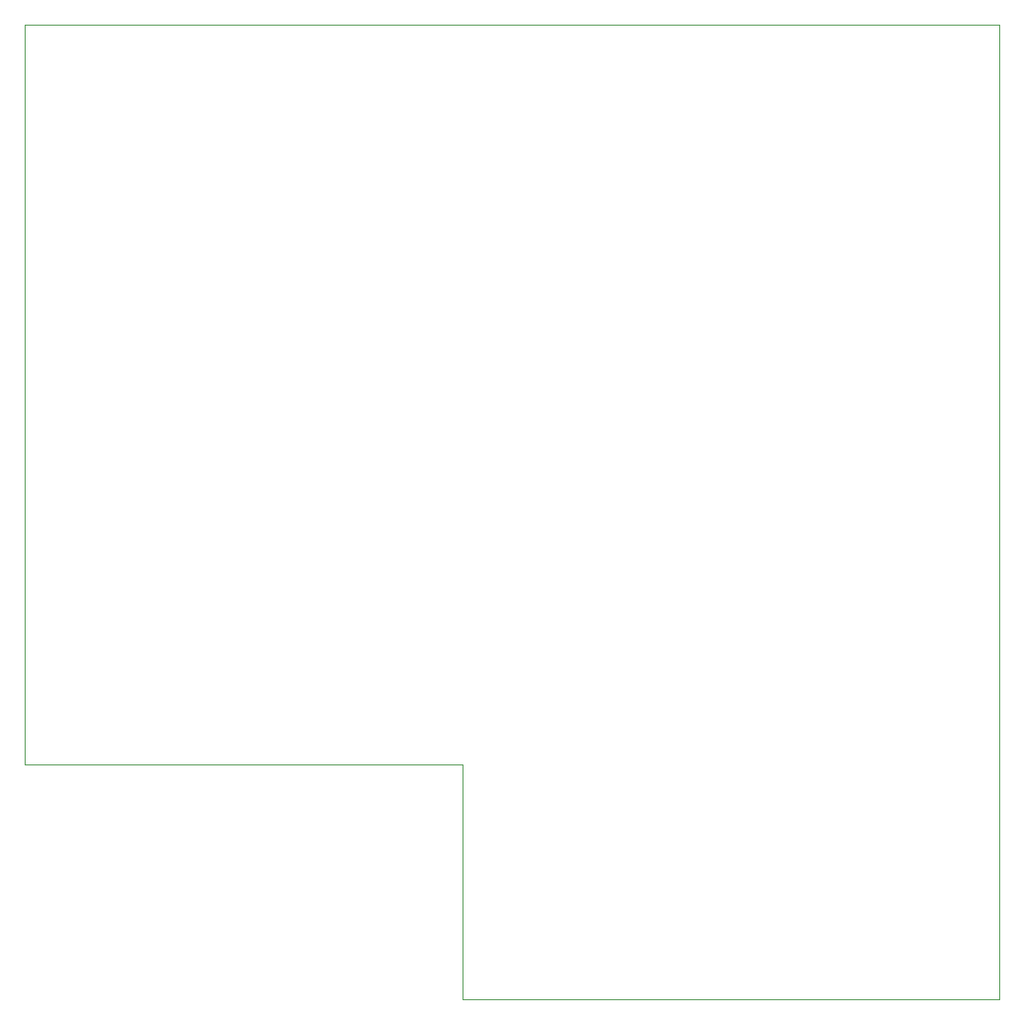
<source format=gm1>
%TF.GenerationSoftware,KiCad,Pcbnew,(5.1.5)-2*%
%TF.CreationDate,2019-12-28T19:20:09-08:00*%
%TF.ProjectId,20191222_Projects_Mainboard_A0,32303139-3132-4323-925f-50726f6a6563,A3*%
%TF.SameCoordinates,PX2191c00PY7534e20*%
%TF.FileFunction,Profile,NP*%
%FSLAX46Y46*%
G04 Gerber Fmt 4.6, Leading zero omitted, Abs format (unit mm)*
G04 Created by KiCad (PCBNEW (5.1.5)-2) date 2019-12-28 19:20:09*
%MOMM*%
%LPD*%
G04 APERTURE LIST*
%ADD10C,0.050000*%
G04 APERTURE END LIST*
D10*
X42000000Y0D02*
X42000000Y-22500000D01*
X0Y0D02*
X42000000Y0D01*
X0Y71000000D02*
X0Y0D01*
X93500000Y71000000D02*
X0Y71000000D01*
X93500000Y-22500000D02*
X93500000Y71000000D01*
X42000000Y-22500000D02*
X93500000Y-22500000D01*
M02*

</source>
